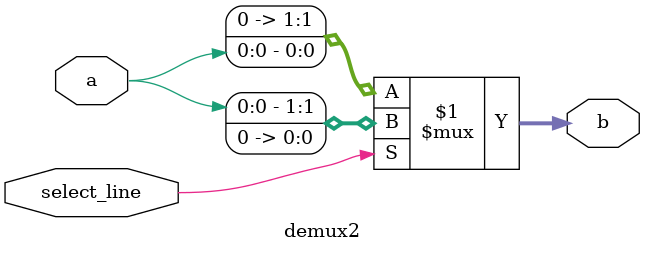
<source format=v>

module demux2(
input a,
input select_line, 
output [1:0]b);

	//assign b[0] = (~select_line & a); // Boolean expression
	//assign b[1] = (select_line & a); // Boolean expression 
	assign b = select_line ? {a, 1'b0} : {1'b0, a} ; // By conditional operator 

endmodule

</source>
